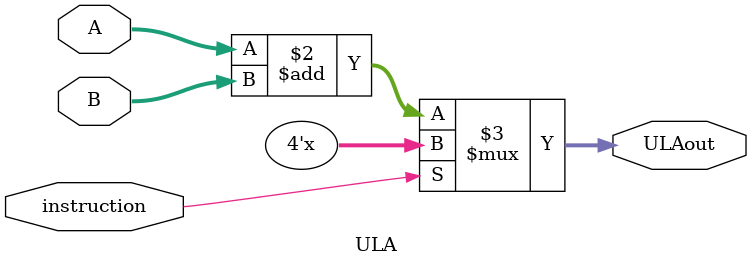
<source format=v>
module ULA(instruction, A, B, ULAout);

input wire [3:0] A, B;
input wire instruction;
output reg [3:0] ULAout;

parameter ADD = 3'b000;

always begin
	case(instruction)
		ADD:
			ULAout <= (A + B);
	endcase
end
endmodule
</source>
